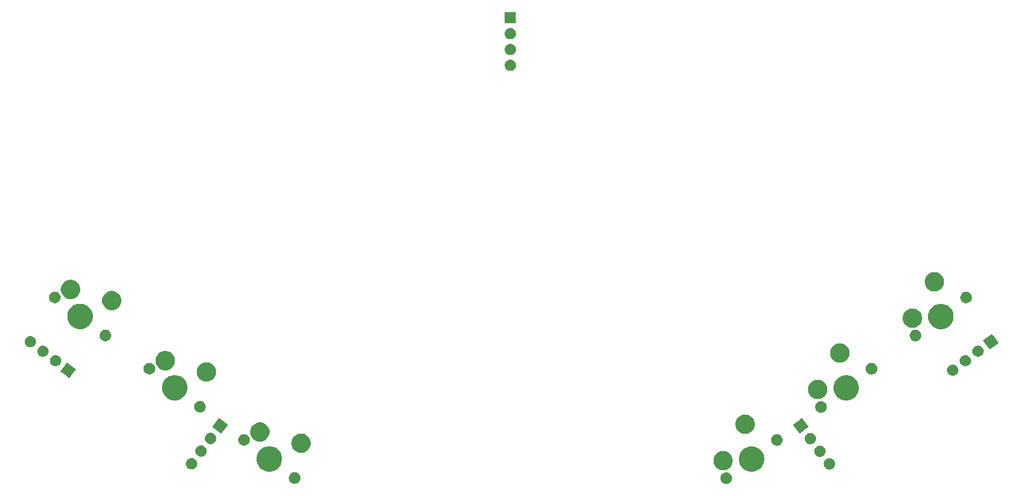
<source format=gbr>
G04 #@! TF.GenerationSoftware,KiCad,Pcbnew,(5.1.4)-1*
G04 #@! TF.CreationDate,2023-05-25T15:27:45-04:00*
G04 #@! TF.ProjectId,ThumbsUp,5468756d-6273-4557-902e-6b696361645f,rev?*
G04 #@! TF.SameCoordinates,Original*
G04 #@! TF.FileFunction,Soldermask,Top*
G04 #@! TF.FilePolarity,Negative*
%FSLAX46Y46*%
G04 Gerber Fmt 4.6, Leading zero omitted, Abs format (unit mm)*
G04 Created by KiCad (PCBNEW (5.1.4)-1) date 2023-05-25 15:27:45*
%MOMM*%
%LPD*%
G04 APERTURE LIST*
%ADD10C,0.100000*%
G04 APERTURE END LIST*
D10*
G36*
X177406569Y138537160D02*
G01*
X177575091Y138467356D01*
X177726756Y138366017D01*
X177855737Y138237036D01*
X177957076Y138085371D01*
X178026880Y137916849D01*
X178062465Y137737948D01*
X178062465Y137555542D01*
X178026880Y137376641D01*
X177957076Y137208119D01*
X177855737Y137056454D01*
X177726756Y136927473D01*
X177575091Y136826134D01*
X177406569Y136756330D01*
X177227668Y136720745D01*
X177045262Y136720745D01*
X176866361Y136756330D01*
X176697839Y136826134D01*
X176546174Y136927473D01*
X176417193Y137056454D01*
X176315854Y137208119D01*
X176246050Y137376641D01*
X176210465Y137555542D01*
X176210465Y137737948D01*
X176246050Y137916849D01*
X176315854Y138085371D01*
X176417193Y138237036D01*
X176546174Y138366017D01*
X176697839Y138467356D01*
X176866361Y138537160D01*
X177045262Y138572745D01*
X177227668Y138572745D01*
X177406569Y138537160D01*
X177406569Y138537160D01*
G37*
G36*
X108159838Y138553419D02*
G01*
X108328360Y138483615D01*
X108480025Y138382276D01*
X108609006Y138253295D01*
X108710345Y138101630D01*
X108780149Y137933108D01*
X108815734Y137754207D01*
X108815734Y137571801D01*
X108780149Y137392900D01*
X108710345Y137224378D01*
X108609006Y137072713D01*
X108480025Y136943732D01*
X108328360Y136842393D01*
X108159838Y136772589D01*
X107980937Y136737004D01*
X107798531Y136737004D01*
X107619630Y136772589D01*
X107451108Y136842393D01*
X107299443Y136943732D01*
X107170462Y137072713D01*
X107069123Y137224378D01*
X106999319Y137392900D01*
X106963734Y137571801D01*
X106963734Y137754207D01*
X106999319Y137933108D01*
X107069123Y138101630D01*
X107170462Y138253295D01*
X107299443Y138382276D01*
X107451108Y138483615D01*
X107619630Y138553419D01*
X107798531Y138589004D01*
X107980937Y138589004D01*
X108159838Y138553419D01*
X108159838Y138553419D01*
G37*
G36*
X181790007Y142670281D02*
G01*
X181947592Y142605007D01*
X182162156Y142516132D01*
X182497081Y142292342D01*
X182781910Y142007513D01*
X183005700Y141672588D01*
X183028164Y141618354D01*
X183159849Y141300439D01*
X183238433Y140905371D01*
X183238433Y140502559D01*
X183159849Y140107491D01*
X183088934Y139936287D01*
X183005700Y139735342D01*
X182781910Y139400417D01*
X182497081Y139115588D01*
X182162156Y138891798D01*
X182008007Y138827948D01*
X181790007Y138737649D01*
X181394939Y138659065D01*
X180992127Y138659065D01*
X180597059Y138737649D01*
X180379059Y138827948D01*
X180224910Y138891798D01*
X179889985Y139115588D01*
X179605156Y139400417D01*
X179381366Y139735342D01*
X179298132Y139936287D01*
X179227217Y140107491D01*
X179148633Y140502559D01*
X179148633Y140905371D01*
X179227217Y141300439D01*
X179358902Y141618354D01*
X179381366Y141672588D01*
X179605156Y142007513D01*
X179889985Y142292342D01*
X180224910Y142516132D01*
X180439474Y142605007D01*
X180597059Y142670281D01*
X180992127Y142748865D01*
X181394939Y142748865D01*
X181790007Y142670281D01*
X181790007Y142670281D01*
G37*
G36*
X104429140Y142686540D02*
G01*
X104586725Y142621266D01*
X104801289Y142532391D01*
X105136214Y142308601D01*
X105421043Y142023772D01*
X105644833Y141688847D01*
X105667297Y141634613D01*
X105798982Y141316698D01*
X105877566Y140921630D01*
X105877566Y140518818D01*
X105798982Y140123750D01*
X105742410Y139987174D01*
X105644833Y139751601D01*
X105421043Y139416676D01*
X105136214Y139131847D01*
X104801289Y138908057D01*
X104647140Y138844207D01*
X104429140Y138753908D01*
X104034072Y138675324D01*
X103631260Y138675324D01*
X103236192Y138753908D01*
X103018192Y138844207D01*
X102864043Y138908057D01*
X102529118Y139131847D01*
X102244289Y139416676D01*
X102020499Y139751601D01*
X101922922Y139987174D01*
X101866350Y140123750D01*
X101787766Y140518818D01*
X101787766Y140921630D01*
X101866350Y141316698D01*
X101998035Y141634613D01*
X102020499Y141688847D01*
X102244289Y142023772D01*
X102529118Y142308601D01*
X102864043Y142532391D01*
X103078607Y142621266D01*
X103236192Y142686540D01*
X103631260Y142765124D01*
X104034072Y142765124D01*
X104429140Y142686540D01*
X104429140Y142686540D01*
G37*
G36*
X176904397Y141964822D02*
G01*
X177074532Y141930980D01*
X177356796Y141814063D01*
X177610827Y141644325D01*
X177826863Y141428289D01*
X177996601Y141174258D01*
X178113518Y140891994D01*
X178173122Y140592344D01*
X178173122Y140286824D01*
X178113518Y139987174D01*
X177996601Y139704910D01*
X177826863Y139450879D01*
X177610827Y139234843D01*
X177356796Y139065105D01*
X177074532Y138948188D01*
X176924707Y138918386D01*
X176774883Y138888584D01*
X176469361Y138888584D01*
X176319537Y138918386D01*
X176169712Y138948188D01*
X175887448Y139065105D01*
X175633417Y139234843D01*
X175417381Y139450879D01*
X175247643Y139704910D01*
X175130726Y139987174D01*
X175071122Y140286824D01*
X175071122Y140592344D01*
X175130726Y140891994D01*
X175247643Y141174258D01*
X175417381Y141428289D01*
X175633417Y141644325D01*
X175887448Y141814063D01*
X176169712Y141930980D01*
X176339847Y141964822D01*
X176469361Y141990584D01*
X176774883Y141990584D01*
X176904397Y141964822D01*
X176904397Y141964822D01*
G37*
G36*
X193777751Y140830768D02*
G01*
X193843935Y140824250D01*
X194013774Y140772730D01*
X194170299Y140689065D01*
X194206037Y140659735D01*
X194307494Y140576473D01*
X194390756Y140475016D01*
X194420086Y140439278D01*
X194503751Y140282753D01*
X194555271Y140112914D01*
X194572667Y139936287D01*
X194555271Y139759660D01*
X194503751Y139589821D01*
X194420086Y139433296D01*
X194393103Y139400417D01*
X194307494Y139296101D01*
X194206037Y139212839D01*
X194170299Y139183509D01*
X194013774Y139099844D01*
X193843935Y139048324D01*
X193777751Y139041806D01*
X193711568Y139035287D01*
X193623048Y139035287D01*
X193556865Y139041806D01*
X193490681Y139048324D01*
X193320842Y139099844D01*
X193164317Y139183509D01*
X193128579Y139212839D01*
X193027122Y139296101D01*
X192941513Y139400417D01*
X192914530Y139433296D01*
X192830865Y139589821D01*
X192779345Y139759660D01*
X192761949Y139936287D01*
X192779345Y140112914D01*
X192830865Y140282753D01*
X192914530Y140439278D01*
X192943860Y140475016D01*
X193027122Y140576473D01*
X193128579Y140659735D01*
X193164317Y140689065D01*
X193320842Y140772730D01*
X193490681Y140824250D01*
X193556865Y140830768D01*
X193623048Y140837287D01*
X193711568Y140837287D01*
X193777751Y140830768D01*
X193777751Y140830768D01*
G37*
G36*
X91469334Y140847028D02*
G01*
X91535519Y140840509D01*
X91705358Y140788989D01*
X91861883Y140705324D01*
X91897621Y140675994D01*
X91999078Y140592732D01*
X92073079Y140502560D01*
X92111670Y140455537D01*
X92195335Y140299012D01*
X92246855Y140129173D01*
X92264251Y139952546D01*
X92246855Y139775919D01*
X92195335Y139606080D01*
X92111670Y139449555D01*
X92084687Y139416676D01*
X91999078Y139312360D01*
X91904623Y139234844D01*
X91861883Y139199768D01*
X91705358Y139116103D01*
X91535519Y139064583D01*
X91469334Y139058064D01*
X91403152Y139051546D01*
X91314632Y139051546D01*
X91248450Y139058064D01*
X91182265Y139064583D01*
X91012426Y139116103D01*
X90855901Y139199768D01*
X90813161Y139234844D01*
X90718706Y139312360D01*
X90633097Y139416676D01*
X90606114Y139449555D01*
X90522449Y139606080D01*
X90470929Y139775919D01*
X90453533Y139952546D01*
X90470929Y140129173D01*
X90522449Y140299012D01*
X90606114Y140455537D01*
X90644705Y140502560D01*
X90718706Y140592732D01*
X90820163Y140675994D01*
X90855901Y140705324D01*
X91012426Y140788989D01*
X91182265Y140840509D01*
X91248450Y140847028D01*
X91314632Y140853546D01*
X91403152Y140853546D01*
X91469334Y140847028D01*
X91469334Y140847028D01*
G37*
G36*
X192249140Y142859304D02*
G01*
X192315325Y142852785D01*
X192485164Y142801265D01*
X192641689Y142717600D01*
X192677427Y142688270D01*
X192778884Y142605008D01*
X192862146Y142503551D01*
X192891476Y142467813D01*
X192975141Y142311288D01*
X193026661Y142141449D01*
X193044057Y141964822D01*
X193026661Y141788195D01*
X192975141Y141618356D01*
X192891476Y141461831D01*
X192863949Y141428289D01*
X192778884Y141324636D01*
X192677427Y141241374D01*
X192641689Y141212044D01*
X192485164Y141128379D01*
X192315325Y141076859D01*
X192249140Y141070340D01*
X192182958Y141063822D01*
X192094438Y141063822D01*
X192028256Y141070340D01*
X191962071Y141076859D01*
X191792232Y141128379D01*
X191635707Y141212044D01*
X191599969Y141241374D01*
X191498512Y141324636D01*
X191413447Y141428289D01*
X191385920Y141461831D01*
X191302255Y141618356D01*
X191250735Y141788195D01*
X191233339Y141964822D01*
X191250735Y142141449D01*
X191302255Y142311288D01*
X191385920Y142467813D01*
X191415250Y142503551D01*
X191498512Y142605008D01*
X191599969Y142688270D01*
X191635707Y142717600D01*
X191792232Y142801265D01*
X191962071Y142852785D01*
X192028256Y142859304D01*
X192094438Y142865822D01*
X192182958Y142865822D01*
X192249140Y142859304D01*
X192249140Y142859304D01*
G37*
G36*
X92997945Y142875562D02*
G01*
X93064129Y142869044D01*
X93233968Y142817524D01*
X93390493Y142733859D01*
X93426231Y142704529D01*
X93527688Y142621267D01*
X93610950Y142519810D01*
X93640280Y142484072D01*
X93723945Y142327547D01*
X93775465Y142157708D01*
X93792861Y141981081D01*
X93775465Y141804454D01*
X93723945Y141634615D01*
X93640280Y141478090D01*
X93626938Y141461833D01*
X93527688Y141340895D01*
X93426231Y141257633D01*
X93390493Y141228303D01*
X93233968Y141144638D01*
X93064129Y141093118D01*
X92997944Y141086599D01*
X92931762Y141080081D01*
X92843242Y141080081D01*
X92777060Y141086599D01*
X92710875Y141093118D01*
X92541036Y141144638D01*
X92384511Y141228303D01*
X92348773Y141257633D01*
X92247316Y141340895D01*
X92148066Y141461833D01*
X92134724Y141478090D01*
X92051059Y141634615D01*
X91999539Y141804454D01*
X91982143Y141981081D01*
X91999539Y142157708D01*
X92051059Y142327547D01*
X92134724Y142484072D01*
X92164054Y142519810D01*
X92247316Y142621267D01*
X92348773Y142704529D01*
X92384511Y142733859D01*
X92541036Y142817524D01*
X92710875Y142869044D01*
X92777059Y142875562D01*
X92843242Y142882081D01*
X92931762Y142882081D01*
X92997945Y142875562D01*
X92997945Y142875562D01*
G37*
G36*
X109188514Y144776343D02*
G01*
X109370831Y144740078D01*
X109653095Y144623161D01*
X109907126Y144453423D01*
X110123162Y144237387D01*
X110292900Y143983356D01*
X110409817Y143701092D01*
X110469421Y143401442D01*
X110469421Y143095922D01*
X110409817Y142796272D01*
X110292900Y142514008D01*
X110123162Y142259977D01*
X109907126Y142043941D01*
X109653095Y141874203D01*
X109370831Y141757286D01*
X109221006Y141727484D01*
X109071182Y141697682D01*
X108765660Y141697682D01*
X108615836Y141727484D01*
X108466011Y141757286D01*
X108183747Y141874203D01*
X107929716Y142043941D01*
X107713680Y142259977D01*
X107543942Y142514008D01*
X107427025Y142796272D01*
X107367421Y143095922D01*
X107367421Y143401442D01*
X107427025Y143701092D01*
X107543942Y143983356D01*
X107713680Y144237387D01*
X107929716Y144453423D01*
X108183747Y144623161D01*
X108466011Y144740078D01*
X108648328Y144776343D01*
X108765660Y144799682D01*
X109071182Y144799682D01*
X109188514Y144776343D01*
X109188514Y144776343D01*
G37*
G36*
X185520705Y144651600D02*
G01*
X185689227Y144581796D01*
X185840892Y144480457D01*
X185969873Y144351476D01*
X186071212Y144199811D01*
X186141016Y144031289D01*
X186176601Y143852388D01*
X186176601Y143669982D01*
X186141016Y143491081D01*
X186071212Y143322559D01*
X185969873Y143170894D01*
X185840892Y143041913D01*
X185689227Y142940574D01*
X185520705Y142870770D01*
X185341804Y142835185D01*
X185159398Y142835185D01*
X184980497Y142870770D01*
X184811975Y142940574D01*
X184660310Y143041913D01*
X184531329Y143170894D01*
X184429990Y143322559D01*
X184360186Y143491081D01*
X184324601Y143669982D01*
X184324601Y143852388D01*
X184360186Y144031289D01*
X184429990Y144199811D01*
X184531329Y144351476D01*
X184660310Y144480457D01*
X184811975Y144581796D01*
X184980497Y144651600D01*
X185159398Y144687185D01*
X185341804Y144687185D01*
X185520705Y144651600D01*
X185520705Y144651600D01*
G37*
G36*
X100045702Y144667859D02*
G01*
X100214224Y144598055D01*
X100365889Y144496716D01*
X100494870Y144367735D01*
X100596209Y144216070D01*
X100666013Y144047548D01*
X100701598Y143868647D01*
X100701598Y143686241D01*
X100666013Y143507340D01*
X100596209Y143338818D01*
X100494870Y143187153D01*
X100365889Y143058172D01*
X100214224Y142956833D01*
X100045702Y142887029D01*
X99866801Y142851444D01*
X99684395Y142851444D01*
X99505494Y142887029D01*
X99336972Y142956833D01*
X99185307Y143058172D01*
X99056326Y143187153D01*
X98954987Y143338818D01*
X98885183Y143507340D01*
X98849598Y143686241D01*
X98849598Y143868647D01*
X98885183Y144047548D01*
X98954987Y144216070D01*
X99056326Y144367735D01*
X99185307Y144496716D01*
X99336972Y144598055D01*
X99505494Y144667859D01*
X99684395Y144703444D01*
X99866801Y144703444D01*
X100045702Y144667859D01*
X100045702Y144667859D01*
G37*
G36*
X190709611Y144888913D02*
G01*
X190786715Y144881319D01*
X190956554Y144829799D01*
X191113079Y144746134D01*
X191148817Y144716804D01*
X191250274Y144633542D01*
X191333536Y144532085D01*
X191362866Y144496347D01*
X191446531Y144339822D01*
X191498051Y144169983D01*
X191515447Y143993356D01*
X191498051Y143816729D01*
X191446531Y143646890D01*
X191362866Y143490365D01*
X191333536Y143454627D01*
X191250274Y143353170D01*
X191148817Y143269908D01*
X191113079Y143240578D01*
X191113077Y143240577D01*
X191013131Y143187154D01*
X190956554Y143156913D01*
X190786715Y143105393D01*
X190720530Y143098874D01*
X190654348Y143092356D01*
X190565828Y143092356D01*
X190499646Y143098874D01*
X190433461Y143105393D01*
X190263622Y143156913D01*
X190207046Y143187154D01*
X190107099Y143240577D01*
X190107097Y143240578D01*
X190071359Y143269908D01*
X189969902Y143353170D01*
X189886640Y143454627D01*
X189857310Y143490365D01*
X189773645Y143646890D01*
X189722125Y143816729D01*
X189704729Y143993356D01*
X189722125Y144169983D01*
X189773645Y144339822D01*
X189857310Y144496347D01*
X189886640Y144532085D01*
X189969902Y144633542D01*
X190071359Y144716804D01*
X190107097Y144746134D01*
X190263622Y144829799D01*
X190433461Y144881319D01*
X190510565Y144888913D01*
X190565828Y144894356D01*
X190654348Y144894356D01*
X190709611Y144888913D01*
X190709611Y144888913D01*
G37*
G36*
X94526554Y144904097D02*
G01*
X94592739Y144897578D01*
X94762578Y144846058D01*
X94919103Y144762393D01*
X94946294Y144740078D01*
X95056298Y144649801D01*
X95112107Y144581796D01*
X95168890Y144512606D01*
X95252555Y144356081D01*
X95304075Y144186242D01*
X95321471Y144009615D01*
X95304075Y143832988D01*
X95252555Y143663149D01*
X95168890Y143506624D01*
X95156135Y143491082D01*
X95056298Y143369429D01*
X94954841Y143286167D01*
X94919103Y143256837D01*
X94762578Y143173172D01*
X94592739Y143121652D01*
X94526554Y143115133D01*
X94460372Y143108615D01*
X94371852Y143108615D01*
X94305670Y143115133D01*
X94239485Y143121652D01*
X94069646Y143173172D01*
X93913121Y143256837D01*
X93877383Y143286167D01*
X93775926Y143369429D01*
X93676089Y143491082D01*
X93663334Y143506624D01*
X93579669Y143663149D01*
X93528149Y143832988D01*
X93510753Y144009615D01*
X93528149Y144186242D01*
X93579669Y144356081D01*
X93663334Y144512606D01*
X93720117Y144581796D01*
X93775926Y144649801D01*
X93885930Y144740078D01*
X93913121Y144762393D01*
X94069646Y144846058D01*
X94239485Y144897578D01*
X94305670Y144904097D01*
X94371852Y144910615D01*
X94460372Y144910615D01*
X94526554Y144904097D01*
X94526554Y144904097D01*
G37*
G36*
X102621060Y146562871D02*
G01*
X102770885Y146533069D01*
X103053149Y146416152D01*
X103307180Y146246414D01*
X103523216Y146030378D01*
X103692954Y145776347D01*
X103809871Y145494083D01*
X103809871Y145494082D01*
X103869475Y145194434D01*
X103869475Y144888912D01*
X103844309Y144762394D01*
X103809871Y144589263D01*
X103692954Y144306999D01*
X103523216Y144052968D01*
X103307180Y143836932D01*
X103053149Y143667194D01*
X102770885Y143550277D01*
X102621060Y143520475D01*
X102471236Y143490673D01*
X102165714Y143490673D01*
X102015890Y143520475D01*
X101866065Y143550277D01*
X101583801Y143667194D01*
X101329770Y143836932D01*
X101113734Y144052968D01*
X100943996Y144306999D01*
X100827079Y144589263D01*
X100792641Y144762394D01*
X100767475Y144888912D01*
X100767475Y145194434D01*
X100827079Y145494082D01*
X100827079Y145494083D01*
X100943996Y145776347D01*
X101113734Y146030378D01*
X101329770Y146246414D01*
X101583801Y146416152D01*
X101866065Y146533069D01*
X102015890Y146562871D01*
X102165714Y146592673D01*
X102471236Y146592673D01*
X102621060Y146562871D01*
X102621060Y146562871D01*
G37*
G36*
X180467432Y147810842D02*
G01*
X180617257Y147781040D01*
X180899521Y147664123D01*
X181153552Y147494385D01*
X181369588Y147278349D01*
X181539326Y147024318D01*
X181656243Y146742054D01*
X181656243Y146742053D01*
X181715847Y146442405D01*
X181715847Y146136883D01*
X181686045Y145987059D01*
X181656243Y145837234D01*
X181539326Y145554970D01*
X181369588Y145300939D01*
X181153552Y145084903D01*
X180899521Y144915165D01*
X180617257Y144798248D01*
X180507133Y144776343D01*
X180317608Y144738644D01*
X180012086Y144738644D01*
X179822561Y144776343D01*
X179712437Y144798248D01*
X179430173Y144915165D01*
X179176142Y145084903D01*
X178960106Y145300939D01*
X178790368Y145554970D01*
X178673451Y145837234D01*
X178643649Y145987059D01*
X178613847Y146136883D01*
X178613847Y146442405D01*
X178673451Y146742053D01*
X178673451Y146742054D01*
X178790368Y147024318D01*
X178960106Y147278349D01*
X179176142Y147494385D01*
X179430173Y147664123D01*
X179712437Y147781040D01*
X179862262Y147810842D01*
X180012086Y147840644D01*
X180317608Y147840644D01*
X180467432Y147810842D01*
X180467432Y147810842D01*
G37*
G36*
X189824451Y146533069D02*
G01*
X190343284Y145844555D01*
X190343284Y145844554D01*
X189878191Y145494082D01*
X188904143Y144760084D01*
X188904142Y144760084D01*
X188074683Y145860814D01*
X187819672Y146199225D01*
X187819672Y146199226D01*
X188640372Y146817667D01*
X189258813Y147283696D01*
X189258814Y147283696D01*
X189824451Y146533069D01*
X189824451Y146533069D01*
G37*
G36*
X96133169Y147024318D02*
G01*
X97206528Y146215485D01*
X97206528Y146215484D01*
X96939265Y145860814D01*
X96122058Y144776343D01*
X96122057Y144776343D01*
X95425895Y145300939D01*
X94682916Y145860813D01*
X94682916Y145860814D01*
X95189497Y146533069D01*
X95767386Y147299955D01*
X95767387Y147299955D01*
X96133169Y147024318D01*
X96133169Y147024318D01*
G37*
G36*
X192580643Y149971644D02*
G01*
X192749165Y149901840D01*
X192900830Y149800501D01*
X193029811Y149671520D01*
X193131150Y149519855D01*
X193200954Y149351333D01*
X193236539Y149172432D01*
X193236539Y148990026D01*
X193200954Y148811125D01*
X193131150Y148642603D01*
X193029811Y148490938D01*
X192900830Y148361957D01*
X192749165Y148260618D01*
X192580643Y148190814D01*
X192401742Y148155229D01*
X192219336Y148155229D01*
X192040435Y148190814D01*
X191871913Y148260618D01*
X191720248Y148361957D01*
X191591267Y148490938D01*
X191489928Y148642603D01*
X191420124Y148811125D01*
X191384539Y148990026D01*
X191384539Y149172432D01*
X191420124Y149351333D01*
X191489928Y149519855D01*
X191591267Y149671520D01*
X191720248Y149800501D01*
X191871913Y149901840D01*
X192040435Y149971644D01*
X192219336Y150007229D01*
X192401742Y150007229D01*
X192580643Y149971644D01*
X192580643Y149971644D01*
G37*
G36*
X92985764Y149987905D02*
G01*
X93154286Y149918101D01*
X93305951Y149816762D01*
X93434932Y149687781D01*
X93536271Y149536116D01*
X93606075Y149367594D01*
X93641660Y149188693D01*
X93641660Y149006287D01*
X93606075Y148827386D01*
X93536271Y148658864D01*
X93434932Y148507199D01*
X93305951Y148378218D01*
X93154286Y148276879D01*
X92985764Y148207075D01*
X92806863Y148171490D01*
X92624457Y148171490D01*
X92445556Y148207075D01*
X92277034Y148276879D01*
X92125369Y148378218D01*
X91996388Y148507199D01*
X91895049Y148658864D01*
X91825245Y148827386D01*
X91789660Y149006287D01*
X91789660Y149188693D01*
X91825245Y149367594D01*
X91895049Y149536116D01*
X91996388Y149687781D01*
X92125369Y149816762D01*
X92277034Y149918101D01*
X92445556Y149987905D01*
X92624457Y150023490D01*
X92806863Y150023490D01*
X92985764Y149987905D01*
X92985764Y149987905D01*
G37*
G36*
X196964081Y154104765D02*
G01*
X197069526Y154061088D01*
X197336230Y153950616D01*
X197671155Y153726826D01*
X197955984Y153441997D01*
X198179774Y153107072D01*
X198179774Y153107071D01*
X198333923Y152734923D01*
X198412507Y152339855D01*
X198412507Y151937043D01*
X198333923Y151541975D01*
X198284086Y151421659D01*
X198179774Y151169826D01*
X197955984Y150834901D01*
X197671155Y150550072D01*
X197336230Y150326282D01*
X197182081Y150262432D01*
X196964081Y150172133D01*
X196569013Y150093549D01*
X196166201Y150093549D01*
X195771133Y150172133D01*
X195553133Y150262432D01*
X195398984Y150326282D01*
X195064059Y150550072D01*
X194779230Y150834901D01*
X194555440Y151169826D01*
X194451128Y151421659D01*
X194401291Y151541975D01*
X194322707Y151937043D01*
X194322707Y152339855D01*
X194401291Y152734923D01*
X194555440Y153107071D01*
X194555440Y153107072D01*
X194779230Y153441997D01*
X195064059Y153726826D01*
X195398984Y153950616D01*
X195665688Y154061088D01*
X195771133Y154104765D01*
X196166201Y154183349D01*
X196569013Y154183349D01*
X196964081Y154104765D01*
X196964081Y154104765D01*
G37*
G36*
X89255066Y154121026D02*
G01*
X89473066Y154030727D01*
X89627215Y153966877D01*
X89962140Y153743087D01*
X90246969Y153458258D01*
X90470759Y153123333D01*
X90534609Y152969184D01*
X90624908Y152751184D01*
X90703492Y152356116D01*
X90703492Y151953304D01*
X90624908Y151558236D01*
X90618172Y151541975D01*
X90470759Y151186087D01*
X90246969Y150851162D01*
X89962140Y150566333D01*
X89627215Y150342543D01*
X89473066Y150278693D01*
X89255066Y150188394D01*
X88859998Y150109810D01*
X88457186Y150109810D01*
X88062118Y150188394D01*
X87844118Y150278693D01*
X87689969Y150342543D01*
X87355044Y150566333D01*
X87070215Y150851162D01*
X86846425Y151186087D01*
X86699012Y151541975D01*
X86692276Y151558236D01*
X86613692Y151953304D01*
X86613692Y152356116D01*
X86692276Y152751184D01*
X86782575Y152969184D01*
X86846425Y153123333D01*
X87070215Y153458258D01*
X87355044Y153743087D01*
X87689969Y153966877D01*
X87844118Y154030727D01*
X88062118Y154121026D01*
X88457186Y154199610D01*
X88859998Y154199610D01*
X89255066Y154121026D01*
X89255066Y154121026D01*
G37*
G36*
X192098781Y153395266D02*
G01*
X192248606Y153365464D01*
X192530870Y153248547D01*
X192784901Y153078809D01*
X193000937Y152862773D01*
X193170675Y152608742D01*
X193287592Y152326478D01*
X193347196Y152026828D01*
X193347196Y151721308D01*
X193287592Y151421658D01*
X193170675Y151139394D01*
X193000937Y150885363D01*
X192784901Y150669327D01*
X192530870Y150499589D01*
X192248606Y150382672D01*
X192098781Y150352870D01*
X191948957Y150323068D01*
X191643435Y150323068D01*
X191493611Y150352870D01*
X191343786Y150382672D01*
X191061522Y150499589D01*
X190807491Y150669327D01*
X190591455Y150885363D01*
X190421717Y151139394D01*
X190304800Y151421658D01*
X190245196Y151721308D01*
X190245196Y152026828D01*
X190304800Y152326478D01*
X190421717Y152608742D01*
X190591455Y152862773D01*
X190807491Y153078809D01*
X191061522Y153248547D01*
X191343786Y153365464D01*
X191493611Y153395266D01*
X191643435Y153425068D01*
X191948957Y153425068D01*
X192098781Y153395266D01*
X192098781Y153395266D01*
G37*
G36*
X94046932Y156204366D02*
G01*
X94196757Y156174564D01*
X94479021Y156057647D01*
X94733052Y155887909D01*
X94949088Y155671873D01*
X95118826Y155417842D01*
X95235743Y155135578D01*
X95295347Y154835928D01*
X95295347Y154530408D01*
X95235743Y154230758D01*
X95118826Y153948494D01*
X94949088Y153694463D01*
X94733052Y153478427D01*
X94479021Y153308689D01*
X94196757Y153191772D01*
X94046932Y153161970D01*
X93897108Y153132168D01*
X93591586Y153132168D01*
X93441762Y153161970D01*
X93291937Y153191772D01*
X93009673Y153308689D01*
X92755642Y153478427D01*
X92539606Y153694463D01*
X92369868Y153948494D01*
X92252951Y154230758D01*
X92193347Y154530408D01*
X92193347Y154835928D01*
X92252951Y155135578D01*
X92369868Y155417842D01*
X92539606Y155671873D01*
X92755642Y155887909D01*
X93009673Y156057647D01*
X93291937Y156174564D01*
X93441762Y156204366D01*
X93591586Y156234168D01*
X93897108Y156234168D01*
X94046932Y156204366D01*
X94046932Y156204366D01*
G37*
G36*
X71856283Y155887909D02*
G01*
X72851939Y155137629D01*
X72851939Y155137628D01*
X72450860Y154605379D01*
X71767469Y153698487D01*
X71767468Y153698487D01*
X71061121Y154230758D01*
X70328327Y154782957D01*
X70328327Y154782958D01*
X70945726Y155602274D01*
X71412797Y156222099D01*
X71412798Y156222099D01*
X71856283Y155887909D01*
X71856283Y155887909D01*
G37*
G36*
X213570467Y155856570D02*
G01*
X213636652Y155850051D01*
X213806491Y155798531D01*
X213963016Y155714866D01*
X213998754Y155685536D01*
X214100211Y155602274D01*
X214183473Y155500817D01*
X214212803Y155465079D01*
X214296468Y155308554D01*
X214347988Y155138715D01*
X214365384Y154962088D01*
X214347988Y154785461D01*
X214296468Y154615622D01*
X214212803Y154459097D01*
X214183473Y154423359D01*
X214100211Y154321902D01*
X213998754Y154238640D01*
X213963016Y154209310D01*
X213806491Y154125645D01*
X213636652Y154074125D01*
X213570467Y154067606D01*
X213504285Y154061088D01*
X213415765Y154061088D01*
X213349583Y154067606D01*
X213283398Y154074125D01*
X213113559Y154125645D01*
X212957034Y154209310D01*
X212921296Y154238640D01*
X212819839Y154321902D01*
X212736577Y154423359D01*
X212707247Y154459097D01*
X212623582Y154615622D01*
X212572062Y154785461D01*
X212554666Y154962088D01*
X212572062Y155138715D01*
X212623582Y155308554D01*
X212707247Y155465079D01*
X212736577Y155500817D01*
X212819839Y155602274D01*
X212921296Y155685536D01*
X212957034Y155714866D01*
X213113559Y155798531D01*
X213283398Y155850051D01*
X213349583Y155856570D01*
X213415765Y155863088D01*
X213504285Y155863088D01*
X213570467Y155856570D01*
X213570467Y155856570D01*
G37*
G36*
X200694779Y156086084D02*
G01*
X200863301Y156016280D01*
X201014966Y155914941D01*
X201143947Y155785960D01*
X201245286Y155634295D01*
X201315090Y155465773D01*
X201350675Y155286872D01*
X201350675Y155104466D01*
X201315090Y154925565D01*
X201245286Y154757043D01*
X201143947Y154605378D01*
X201014966Y154476397D01*
X200863301Y154375058D01*
X200694779Y154305254D01*
X200515878Y154269669D01*
X200333472Y154269669D01*
X200154571Y154305254D01*
X199986049Y154375058D01*
X199834384Y154476397D01*
X199705403Y154605378D01*
X199604064Y154757043D01*
X199534260Y154925565D01*
X199498675Y155104466D01*
X199498675Y155286872D01*
X199534260Y155465773D01*
X199604064Y155634295D01*
X199705403Y155785960D01*
X199834384Y155914941D01*
X199986049Y156016280D01*
X200154571Y156086084D01*
X200333472Y156121669D01*
X200515878Y156121669D01*
X200694779Y156086084D01*
X200694779Y156086084D01*
G37*
G36*
X84871628Y156102345D02*
G01*
X85040150Y156032541D01*
X85191815Y155931202D01*
X85320796Y155802221D01*
X85422135Y155650556D01*
X85491939Y155482034D01*
X85527524Y155303133D01*
X85527524Y155120727D01*
X85491939Y154941826D01*
X85422135Y154773304D01*
X85320796Y154621639D01*
X85191815Y154492658D01*
X85040150Y154391319D01*
X84871628Y154321515D01*
X84692727Y154285930D01*
X84510321Y154285930D01*
X84331420Y154321515D01*
X84162898Y154391319D01*
X84011233Y154492658D01*
X83882252Y154621639D01*
X83780913Y154773304D01*
X83711109Y154941826D01*
X83675524Y155120727D01*
X83675524Y155303133D01*
X83711109Y155482034D01*
X83780913Y155650556D01*
X83882252Y155802221D01*
X84011233Y155931202D01*
X84162898Y156032541D01*
X84331420Y156102345D01*
X84510321Y156137930D01*
X84692727Y156137930D01*
X84871628Y156102345D01*
X84871628Y156102345D01*
G37*
G36*
X87336631Y158019308D02*
G01*
X87596811Y157967555D01*
X87879075Y157850638D01*
X88133106Y157680900D01*
X88349142Y157464864D01*
X88518880Y157210833D01*
X88635797Y156928569D01*
X88695401Y156628919D01*
X88695401Y156323399D01*
X88635797Y156023749D01*
X88518880Y155741485D01*
X88349142Y155487454D01*
X88133106Y155271418D01*
X87879075Y155101680D01*
X87596811Y154984763D01*
X87482816Y154962088D01*
X87297162Y154925159D01*
X86991640Y154925159D01*
X86805986Y154962088D01*
X86691991Y154984763D01*
X86409727Y155101680D01*
X86155696Y155271418D01*
X85939660Y155487454D01*
X85769922Y155741485D01*
X85653005Y156023749D01*
X85593401Y156323399D01*
X85593401Y156628919D01*
X85653005Y156928569D01*
X85769922Y157210833D01*
X85939660Y157464864D01*
X86155696Y157680900D01*
X86409727Y157850638D01*
X86691991Y157967555D01*
X86952171Y158019308D01*
X86991640Y158027159D01*
X87297162Y158027159D01*
X87336631Y158019308D01*
X87336631Y158019308D01*
G37*
G36*
X69672041Y157383385D02*
G01*
X69738226Y157376866D01*
X69908065Y157325346D01*
X70064590Y157241681D01*
X70100328Y157212351D01*
X70201785Y157129089D01*
X70285047Y157027632D01*
X70314377Y156991894D01*
X70314378Y156991892D01*
X70397082Y156837166D01*
X70398042Y156835369D01*
X70449562Y156665530D01*
X70466958Y156488903D01*
X70449562Y156312276D01*
X70398042Y156142437D01*
X70314377Y155985912D01*
X70285047Y155950174D01*
X70201785Y155848717D01*
X70100328Y155765455D01*
X70064590Y155736125D01*
X69908065Y155652460D01*
X69738226Y155600940D01*
X69672041Y155594421D01*
X69605859Y155587903D01*
X69517339Y155587903D01*
X69451157Y155594421D01*
X69384972Y155600940D01*
X69215133Y155652460D01*
X69058608Y155736125D01*
X69022870Y155765455D01*
X68921413Y155848717D01*
X68838151Y155950174D01*
X68808821Y155985912D01*
X68725156Y156142437D01*
X68673636Y156312276D01*
X68656240Y156488903D01*
X68673636Y156665530D01*
X68725156Y156835369D01*
X68726117Y156837166D01*
X68808820Y156991892D01*
X68808821Y156991894D01*
X68838151Y157027632D01*
X68921413Y157129089D01*
X69022870Y157212351D01*
X69058608Y157241681D01*
X69215133Y157325346D01*
X69384972Y157376866D01*
X69451157Y157383385D01*
X69517339Y157389903D01*
X69605859Y157389903D01*
X69672041Y157383385D01*
X69672041Y157383385D01*
G37*
G36*
X215599002Y157385180D02*
G01*
X215665187Y157378661D01*
X215835026Y157327141D01*
X215991551Y157243476D01*
X216027289Y157214146D01*
X216128746Y157130884D01*
X216212008Y157029427D01*
X216241338Y156993689D01*
X216325003Y156837164D01*
X216376523Y156667325D01*
X216393919Y156490698D01*
X216376523Y156314071D01*
X216334204Y156174564D01*
X216325002Y156144230D01*
X216312943Y156121669D01*
X216241338Y155987707D01*
X216212008Y155951969D01*
X216128746Y155850512D01*
X216027289Y155767250D01*
X215991551Y155737920D01*
X215835026Y155654255D01*
X215665187Y155602735D01*
X215599002Y155596216D01*
X215532820Y155589698D01*
X215444300Y155589698D01*
X215378118Y155596216D01*
X215311933Y155602735D01*
X215142094Y155654255D01*
X214985569Y155737920D01*
X214949831Y155767250D01*
X214848374Y155850512D01*
X214765112Y155951969D01*
X214735782Y155987707D01*
X214664177Y156121669D01*
X214652118Y156144230D01*
X214642916Y156174564D01*
X214600597Y156314071D01*
X214583201Y156490698D01*
X214600597Y156667325D01*
X214652117Y156837164D01*
X214735782Y156993689D01*
X214765112Y157029427D01*
X214848374Y157130884D01*
X214949831Y157214146D01*
X214985569Y157243476D01*
X215142094Y157327141D01*
X215311933Y157378661D01*
X215378118Y157385180D01*
X215444300Y157391698D01*
X215532820Y157391698D01*
X215599002Y157385180D01*
X215599002Y157385180D01*
G37*
G36*
X195641506Y159245326D02*
G01*
X195791331Y159215524D01*
X196073595Y159098607D01*
X196327626Y158928869D01*
X196543662Y158712833D01*
X196713400Y158458802D01*
X196830317Y158176538D01*
X196889921Y157876888D01*
X196889921Y157571368D01*
X196830317Y157271718D01*
X196713400Y156989454D01*
X196543662Y156735423D01*
X196327626Y156519387D01*
X196073595Y156349649D01*
X195791331Y156232732D01*
X195737875Y156222099D01*
X195491682Y156173128D01*
X195186160Y156173128D01*
X194939967Y156222099D01*
X194886511Y156232732D01*
X194604247Y156349649D01*
X194350216Y156519387D01*
X194134180Y156735423D01*
X193964442Y156989454D01*
X193847525Y157271718D01*
X193787921Y157571368D01*
X193787921Y157876888D01*
X193847525Y158176538D01*
X193964442Y158458802D01*
X194134180Y158712833D01*
X194350216Y158928869D01*
X194604247Y159098607D01*
X194886511Y159215524D01*
X195036336Y159245326D01*
X195186160Y159275128D01*
X195491682Y159275128D01*
X195641506Y159245326D01*
X195641506Y159245326D01*
G37*
G36*
X67643507Y158911995D02*
G01*
X67709692Y158905476D01*
X67879531Y158853956D01*
X68036056Y158770291D01*
X68071794Y158740961D01*
X68173251Y158657699D01*
X68256513Y158556242D01*
X68285843Y158520504D01*
X68285844Y158520502D01*
X68368548Y158365776D01*
X68369508Y158363979D01*
X68421028Y158194140D01*
X68438424Y158017513D01*
X68421028Y157840886D01*
X68369508Y157671047D01*
X68285843Y157514522D01*
X68256513Y157478784D01*
X68173251Y157377327D01*
X68071794Y157294065D01*
X68036056Y157264735D01*
X67992927Y157241682D01*
X67935210Y157210831D01*
X67879531Y157181070D01*
X67709692Y157129550D01*
X67643507Y157123031D01*
X67577325Y157116513D01*
X67488805Y157116513D01*
X67422623Y157123031D01*
X67356438Y157129550D01*
X67186599Y157181070D01*
X67130921Y157210831D01*
X67073203Y157241682D01*
X67030074Y157264735D01*
X66994336Y157294065D01*
X66892879Y157377327D01*
X66809617Y157478784D01*
X66780287Y157514522D01*
X66696622Y157671047D01*
X66645102Y157840886D01*
X66627706Y158017513D01*
X66645102Y158194140D01*
X66696622Y158363979D01*
X66697583Y158365776D01*
X66780286Y158520502D01*
X66780287Y158520504D01*
X66809617Y158556242D01*
X66892879Y158657699D01*
X66994336Y158740961D01*
X67030074Y158770291D01*
X67186599Y158853956D01*
X67356438Y158905476D01*
X67422623Y158911995D01*
X67488805Y158918513D01*
X67577325Y158918513D01*
X67643507Y158911995D01*
X67643507Y158911995D01*
G37*
G36*
X217627537Y158913789D02*
G01*
X217693721Y158907271D01*
X217863560Y158855751D01*
X218020085Y158772086D01*
X218055823Y158742756D01*
X218157280Y158659494D01*
X218240542Y158558037D01*
X218269872Y158522299D01*
X218353537Y158365774D01*
X218405057Y158195935D01*
X218422453Y158019308D01*
X218405057Y157842681D01*
X218404512Y157840886D01*
X218353536Y157672840D01*
X218311704Y157594579D01*
X218269872Y157516317D01*
X218240542Y157480579D01*
X218157280Y157379122D01*
X218055823Y157295860D01*
X218020085Y157266530D01*
X217863560Y157182865D01*
X217693721Y157131345D01*
X217627536Y157124826D01*
X217561354Y157118308D01*
X217472834Y157118308D01*
X217406652Y157124826D01*
X217340467Y157131345D01*
X217170628Y157182865D01*
X217014103Y157266530D01*
X216978365Y157295860D01*
X216876908Y157379122D01*
X216793646Y157480579D01*
X216764316Y157516317D01*
X216722483Y157594580D01*
X216680652Y157672840D01*
X216629676Y157840886D01*
X216629131Y157842681D01*
X216611735Y158019308D01*
X216629131Y158195935D01*
X216680651Y158365774D01*
X216764316Y158522299D01*
X216793646Y158558037D01*
X216876908Y158659494D01*
X216978365Y158742756D01*
X217014103Y158772086D01*
X217170628Y158855751D01*
X217340467Y158907271D01*
X217406651Y158913789D01*
X217472834Y158920308D01*
X217561354Y158920308D01*
X217627537Y158913789D01*
X217627537Y158913789D01*
G37*
G36*
X220135800Y160261871D02*
G01*
X220807434Y159370583D01*
X220807434Y159370582D01*
X220124229Y158855751D01*
X219368293Y158286112D01*
X219368292Y158286112D01*
X218623016Y159275128D01*
X218283822Y159725253D01*
X218283822Y159725254D01*
X219156104Y160382565D01*
X219722963Y160809724D01*
X219722964Y160809724D01*
X220135800Y160261871D01*
X220135800Y160261871D01*
G37*
G36*
X65613272Y160440772D02*
G01*
X65681157Y160434086D01*
X65850996Y160382566D01*
X66007521Y160298901D01*
X66043259Y160269571D01*
X66144716Y160186309D01*
X66221004Y160093350D01*
X66257308Y160049114D01*
X66340973Y159892589D01*
X66392493Y159722750D01*
X66409889Y159546123D01*
X66392493Y159369496D01*
X66340973Y159199657D01*
X66257308Y159043132D01*
X66227978Y159007394D01*
X66144716Y158905937D01*
X66043259Y158822675D01*
X66007521Y158793345D01*
X65850996Y158709680D01*
X65681157Y158658160D01*
X65614973Y158651642D01*
X65548790Y158645123D01*
X65460270Y158645123D01*
X65394087Y158651642D01*
X65327903Y158658160D01*
X65158064Y158709680D01*
X65001539Y158793345D01*
X64965801Y158822675D01*
X64864344Y158905937D01*
X64781082Y159007394D01*
X64751752Y159043132D01*
X64668087Y159199657D01*
X64616567Y159369496D01*
X64599171Y159546123D01*
X64616567Y159722750D01*
X64668087Y159892589D01*
X64751752Y160049114D01*
X64788056Y160093350D01*
X64864344Y160186309D01*
X64965801Y160269571D01*
X65001539Y160298901D01*
X65158064Y160382566D01*
X65327903Y160434086D01*
X65395788Y160440772D01*
X65460270Y160447123D01*
X65548790Y160447123D01*
X65613272Y160440772D01*
X65613272Y160440772D01*
G37*
G36*
X207754718Y161406130D02*
G01*
X207923240Y161336326D01*
X208074905Y161234987D01*
X208203886Y161106006D01*
X208305225Y160954341D01*
X208375029Y160785819D01*
X208410614Y160606918D01*
X208410614Y160424512D01*
X208375029Y160245611D01*
X208305225Y160077089D01*
X208203886Y159925424D01*
X208074905Y159796443D01*
X207923240Y159695104D01*
X207754718Y159625300D01*
X207575817Y159589715D01*
X207393411Y159589715D01*
X207214510Y159625300D01*
X207045988Y159695104D01*
X206894323Y159796443D01*
X206765342Y159925424D01*
X206664003Y160077089D01*
X206594199Y160245611D01*
X206558614Y160424512D01*
X206558614Y160606918D01*
X206594199Y160785819D01*
X206664003Y160954341D01*
X206765342Y161106006D01*
X206894323Y161234987D01*
X207045988Y161336326D01*
X207214510Y161406130D01*
X207393411Y161441715D01*
X207575817Y161441715D01*
X207754718Y161406130D01*
X207754718Y161406130D01*
G37*
G36*
X77811689Y161422390D02*
G01*
X77980211Y161352586D01*
X78131876Y161251247D01*
X78260857Y161122266D01*
X78362196Y160970601D01*
X78432000Y160802079D01*
X78467585Y160623178D01*
X78467585Y160440772D01*
X78432000Y160261871D01*
X78362196Y160093349D01*
X78260857Y159941684D01*
X78131876Y159812703D01*
X77980211Y159711364D01*
X77811689Y159641560D01*
X77632788Y159605975D01*
X77450382Y159605975D01*
X77271481Y159641560D01*
X77102959Y159711364D01*
X76951294Y159812703D01*
X76822313Y159941684D01*
X76720974Y160093349D01*
X76651170Y160261871D01*
X76615585Y160440772D01*
X76615585Y160623178D01*
X76651170Y160802079D01*
X76720974Y160970601D01*
X76822313Y161122266D01*
X76951294Y161251247D01*
X77102959Y161352586D01*
X77271481Y161422390D01*
X77450382Y161457975D01*
X77632788Y161457975D01*
X77811689Y161422390D01*
X77811689Y161422390D01*
G37*
G36*
X212138156Y165539251D02*
G01*
X212356156Y165448952D01*
X212510305Y165385102D01*
X212845230Y165161312D01*
X213130059Y164876483D01*
X213353849Y164541558D01*
X213353849Y164541557D01*
X213507998Y164169409D01*
X213586582Y163774341D01*
X213586582Y163371529D01*
X213507998Y162976461D01*
X213458161Y162856145D01*
X213353849Y162604312D01*
X213130059Y162269387D01*
X212845230Y161984558D01*
X212510305Y161760768D01*
X212356156Y161696918D01*
X212138156Y161606619D01*
X211743088Y161528035D01*
X211340276Y161528035D01*
X210945208Y161606619D01*
X210727208Y161696918D01*
X210573059Y161760768D01*
X210238134Y161984558D01*
X209953305Y162269387D01*
X209729515Y162604312D01*
X209625203Y162856145D01*
X209575366Y162976461D01*
X209496782Y163371529D01*
X209496782Y163774341D01*
X209575366Y164169409D01*
X209729515Y164541557D01*
X209729515Y164541558D01*
X209953305Y164876483D01*
X210238134Y165161312D01*
X210573059Y165385102D01*
X210727208Y165448952D01*
X210945208Y165539251D01*
X211340276Y165617835D01*
X211743088Y165617835D01*
X212138156Y165539251D01*
X212138156Y165539251D01*
G37*
G36*
X74080991Y165555511D02*
G01*
X74298991Y165465212D01*
X74453140Y165401362D01*
X74788065Y165177572D01*
X75072894Y164892743D01*
X75296684Y164557818D01*
X75296684Y164557817D01*
X75450833Y164185669D01*
X75529417Y163790601D01*
X75529417Y163387789D01*
X75450833Y162992721D01*
X75444097Y162976460D01*
X75296684Y162620572D01*
X75072894Y162285647D01*
X74788065Y162000818D01*
X74453140Y161777028D01*
X74406125Y161757554D01*
X74080991Y161622879D01*
X73685923Y161544295D01*
X73283111Y161544295D01*
X72888043Y161622879D01*
X72562909Y161757554D01*
X72515894Y161777028D01*
X72180969Y162000818D01*
X71896140Y162285647D01*
X71672350Y162620572D01*
X71524937Y162976460D01*
X71518201Y162992721D01*
X71439617Y163387789D01*
X71439617Y163790601D01*
X71518201Y164185669D01*
X71672350Y164557817D01*
X71672350Y164557818D01*
X71896140Y164892743D01*
X72180969Y165177572D01*
X72515894Y165401362D01*
X72670043Y165465212D01*
X72888043Y165555511D01*
X73283111Y165634095D01*
X73685923Y165634095D01*
X74080991Y165555511D01*
X74080991Y165555511D01*
G37*
G36*
X207272856Y164829752D02*
G01*
X207422681Y164799950D01*
X207704945Y164683033D01*
X207958976Y164513295D01*
X208175012Y164297259D01*
X208344750Y164043228D01*
X208461667Y163760964D01*
X208521271Y163461314D01*
X208521271Y163155794D01*
X208461667Y162856144D01*
X208344750Y162573880D01*
X208175012Y162319849D01*
X207958976Y162103813D01*
X207704945Y161934075D01*
X207422681Y161817158D01*
X207272856Y161787356D01*
X207123032Y161757554D01*
X206817510Y161757554D01*
X206667686Y161787356D01*
X206517861Y161817158D01*
X206235597Y161934075D01*
X205981566Y162103813D01*
X205765530Y162319849D01*
X205595792Y162573880D01*
X205478875Y162856144D01*
X205419271Y163155794D01*
X205419271Y163461314D01*
X205478875Y163760964D01*
X205595792Y164043228D01*
X205765530Y164297259D01*
X205981566Y164513295D01*
X206235597Y164683033D01*
X206517861Y164799950D01*
X206667686Y164829752D01*
X206817510Y164859554D01*
X207123032Y164859554D01*
X207272856Y164829752D01*
X207272856Y164829752D01*
G37*
G36*
X78872857Y167638851D02*
G01*
X79022682Y167609049D01*
X79304946Y167492132D01*
X79558977Y167322394D01*
X79775013Y167106358D01*
X79944751Y166852327D01*
X80061668Y166570063D01*
X80121272Y166270413D01*
X80121272Y165964893D01*
X80061668Y165665243D01*
X79944751Y165382979D01*
X79775013Y165128948D01*
X79558977Y164912912D01*
X79304946Y164743174D01*
X79022682Y164626257D01*
X78872857Y164596455D01*
X78723033Y164566653D01*
X78417511Y164566653D01*
X78267687Y164596455D01*
X78117862Y164626257D01*
X77835598Y164743174D01*
X77581567Y164912912D01*
X77365531Y165128948D01*
X77195793Y165382979D01*
X77078876Y165665243D01*
X77019272Y165964893D01*
X77019272Y166270413D01*
X77078876Y166570063D01*
X77195793Y166852327D01*
X77365531Y167106358D01*
X77581567Y167322394D01*
X77835598Y167492132D01*
X78117862Y167609049D01*
X78267687Y167638851D01*
X78417511Y167668653D01*
X78723033Y167668653D01*
X78872857Y167638851D01*
X78872857Y167638851D01*
G37*
G36*
X215868854Y167520570D02*
G01*
X216037376Y167450766D01*
X216189041Y167349427D01*
X216318022Y167220446D01*
X216419361Y167068781D01*
X216489165Y166900259D01*
X216524750Y166721358D01*
X216524750Y166538952D01*
X216489165Y166360051D01*
X216419361Y166191529D01*
X216318022Y166039864D01*
X216189041Y165910883D01*
X216037376Y165809544D01*
X215868854Y165739740D01*
X215689953Y165704155D01*
X215507547Y165704155D01*
X215328646Y165739740D01*
X215160124Y165809544D01*
X215008459Y165910883D01*
X214879478Y166039864D01*
X214778139Y166191529D01*
X214708335Y166360051D01*
X214672750Y166538952D01*
X214672750Y166721358D01*
X214708335Y166900259D01*
X214778139Y167068781D01*
X214879478Y167220446D01*
X215008459Y167349427D01*
X215160124Y167450766D01*
X215328646Y167520570D01*
X215507547Y167556155D01*
X215689953Y167556155D01*
X215868854Y167520570D01*
X215868854Y167520570D01*
G37*
G36*
X69697553Y167536830D02*
G01*
X69866075Y167467026D01*
X70017740Y167365687D01*
X70146721Y167236706D01*
X70248060Y167085041D01*
X70317864Y166916519D01*
X70353449Y166737618D01*
X70353449Y166555212D01*
X70317864Y166376311D01*
X70248060Y166207789D01*
X70146721Y166056124D01*
X70017740Y165927143D01*
X69866075Y165825804D01*
X69697553Y165756000D01*
X69518652Y165720415D01*
X69336246Y165720415D01*
X69157345Y165756000D01*
X68988823Y165825804D01*
X68837158Y165927143D01*
X68708177Y166056124D01*
X68606838Y166207789D01*
X68537034Y166376311D01*
X68501449Y166555212D01*
X68501449Y166737618D01*
X68537034Y166916519D01*
X68606838Y167085041D01*
X68708177Y167236706D01*
X68837158Y167365687D01*
X68988823Y167467026D01*
X69157345Y167536830D01*
X69336246Y167572415D01*
X69518652Y167572415D01*
X69697553Y167536830D01*
X69697553Y167536830D01*
G37*
G36*
X72272911Y169431842D02*
G01*
X72422736Y169402040D01*
X72705000Y169285123D01*
X72959031Y169115385D01*
X73175067Y168899349D01*
X73344805Y168645318D01*
X73436501Y168423942D01*
X73461722Y168363053D01*
X73521326Y168063405D01*
X73521326Y167757883D01*
X73491721Y167609049D01*
X73461722Y167458234D01*
X73344805Y167175970D01*
X73175067Y166921939D01*
X72959031Y166705903D01*
X72705000Y166536165D01*
X72422736Y166419248D01*
X72272911Y166389446D01*
X72123087Y166359644D01*
X71817565Y166359644D01*
X71667741Y166389446D01*
X71517916Y166419248D01*
X71235652Y166536165D01*
X70981621Y166705903D01*
X70765585Y166921939D01*
X70595847Y167175970D01*
X70478930Y167458234D01*
X70448931Y167609049D01*
X70419326Y167757883D01*
X70419326Y168063405D01*
X70478930Y168363053D01*
X70504151Y168423942D01*
X70595847Y168645318D01*
X70765585Y168899349D01*
X70981621Y169115385D01*
X71235652Y169285123D01*
X71517916Y169402040D01*
X71667741Y169431842D01*
X71817565Y169461644D01*
X72123087Y169461644D01*
X72272911Y169431842D01*
X72272911Y169431842D01*
G37*
G36*
X210815581Y170679812D02*
G01*
X210965406Y170650010D01*
X211247670Y170533093D01*
X211501701Y170363355D01*
X211717737Y170147319D01*
X211887475Y169893288D01*
X212004392Y169611024D01*
X212004392Y169611023D01*
X212045962Y169402040D01*
X212063996Y169311374D01*
X212063996Y169005854D01*
X212004392Y168706204D01*
X211887475Y168423940D01*
X211717737Y168169909D01*
X211501701Y167953873D01*
X211247670Y167784135D01*
X210965406Y167667218D01*
X210815581Y167637416D01*
X210665757Y167607614D01*
X210360235Y167607614D01*
X210210411Y167637416D01*
X210060586Y167667218D01*
X209778322Y167784135D01*
X209524291Y167953873D01*
X209308255Y168169909D01*
X209138517Y168423940D01*
X209021600Y168706204D01*
X208961996Y169005854D01*
X208961996Y169311374D01*
X208980031Y169402040D01*
X209021600Y169611023D01*
X209021600Y169611024D01*
X209138517Y169893288D01*
X209308255Y170147319D01*
X209524291Y170363355D01*
X209778322Y170533093D01*
X210060586Y170650010D01*
X210210411Y170679812D01*
X210360235Y170709614D01*
X210665757Y170709614D01*
X210815581Y170679812D01*
X210815581Y170679812D01*
G37*
G36*
X142610443Y204774481D02*
G01*
X142676627Y204767963D01*
X142846466Y204716443D01*
X143002991Y204632778D01*
X143038729Y204603448D01*
X143140186Y204520186D01*
X143223448Y204418729D01*
X143252778Y204382991D01*
X143336443Y204226466D01*
X143387963Y204056627D01*
X143405359Y203880000D01*
X143387963Y203703373D01*
X143336443Y203533534D01*
X143252778Y203377009D01*
X143223448Y203341271D01*
X143140186Y203239814D01*
X143038729Y203156552D01*
X143002991Y203127222D01*
X142846466Y203043557D01*
X142676627Y202992037D01*
X142610443Y202985519D01*
X142544260Y202979000D01*
X142455740Y202979000D01*
X142389557Y202985519D01*
X142323373Y202992037D01*
X142153534Y203043557D01*
X141997009Y203127222D01*
X141961271Y203156552D01*
X141859814Y203239814D01*
X141776552Y203341271D01*
X141747222Y203377009D01*
X141663557Y203533534D01*
X141612037Y203703373D01*
X141594641Y203880000D01*
X141612037Y204056627D01*
X141663557Y204226466D01*
X141747222Y204382991D01*
X141776552Y204418729D01*
X141859814Y204520186D01*
X141961271Y204603448D01*
X141997009Y204632778D01*
X142153534Y204716443D01*
X142323373Y204767963D01*
X142389557Y204774481D01*
X142455740Y204781000D01*
X142544260Y204781000D01*
X142610443Y204774481D01*
X142610443Y204774481D01*
G37*
G36*
X142610442Y207314482D02*
G01*
X142676627Y207307963D01*
X142846466Y207256443D01*
X143002991Y207172778D01*
X143038729Y207143448D01*
X143140186Y207060186D01*
X143223448Y206958729D01*
X143252778Y206922991D01*
X143336443Y206766466D01*
X143387963Y206596627D01*
X143405359Y206420000D01*
X143387963Y206243373D01*
X143336443Y206073534D01*
X143252778Y205917009D01*
X143223448Y205881271D01*
X143140186Y205779814D01*
X143038729Y205696552D01*
X143002991Y205667222D01*
X142846466Y205583557D01*
X142676627Y205532037D01*
X142610442Y205525518D01*
X142544260Y205519000D01*
X142455740Y205519000D01*
X142389558Y205525518D01*
X142323373Y205532037D01*
X142153534Y205583557D01*
X141997009Y205667222D01*
X141961271Y205696552D01*
X141859814Y205779814D01*
X141776552Y205881271D01*
X141747222Y205917009D01*
X141663557Y206073534D01*
X141612037Y206243373D01*
X141594641Y206420000D01*
X141612037Y206596627D01*
X141663557Y206766466D01*
X141747222Y206922991D01*
X141776552Y206958729D01*
X141859814Y207060186D01*
X141961271Y207143448D01*
X141997009Y207172778D01*
X142153534Y207256443D01*
X142323373Y207307963D01*
X142389558Y207314482D01*
X142455740Y207321000D01*
X142544260Y207321000D01*
X142610442Y207314482D01*
X142610442Y207314482D01*
G37*
G36*
X142610442Y209854482D02*
G01*
X142676627Y209847963D01*
X142846466Y209796443D01*
X143002991Y209712778D01*
X143038729Y209683448D01*
X143140186Y209600186D01*
X143223448Y209498729D01*
X143252778Y209462991D01*
X143336443Y209306466D01*
X143387963Y209136627D01*
X143405359Y208960000D01*
X143387963Y208783373D01*
X143336443Y208613534D01*
X143252778Y208457009D01*
X143223448Y208421271D01*
X143140186Y208319814D01*
X143038729Y208236552D01*
X143002991Y208207222D01*
X142846466Y208123557D01*
X142676627Y208072037D01*
X142610442Y208065518D01*
X142544260Y208059000D01*
X142455740Y208059000D01*
X142389558Y208065518D01*
X142323373Y208072037D01*
X142153534Y208123557D01*
X141997009Y208207222D01*
X141961271Y208236552D01*
X141859814Y208319814D01*
X141776552Y208421271D01*
X141747222Y208457009D01*
X141663557Y208613534D01*
X141612037Y208783373D01*
X141594641Y208960000D01*
X141612037Y209136627D01*
X141663557Y209306466D01*
X141747222Y209462991D01*
X141776552Y209498729D01*
X141859814Y209600186D01*
X141961271Y209683448D01*
X141997009Y209712778D01*
X142153534Y209796443D01*
X142323373Y209847963D01*
X142389558Y209854482D01*
X142455740Y209861000D01*
X142544260Y209861000D01*
X142610442Y209854482D01*
X142610442Y209854482D01*
G37*
G36*
X143401000Y210599000D02*
G01*
X141599000Y210599000D01*
X141599000Y212401000D01*
X143401000Y212401000D01*
X143401000Y210599000D01*
X143401000Y210599000D01*
G37*
M02*

</source>
